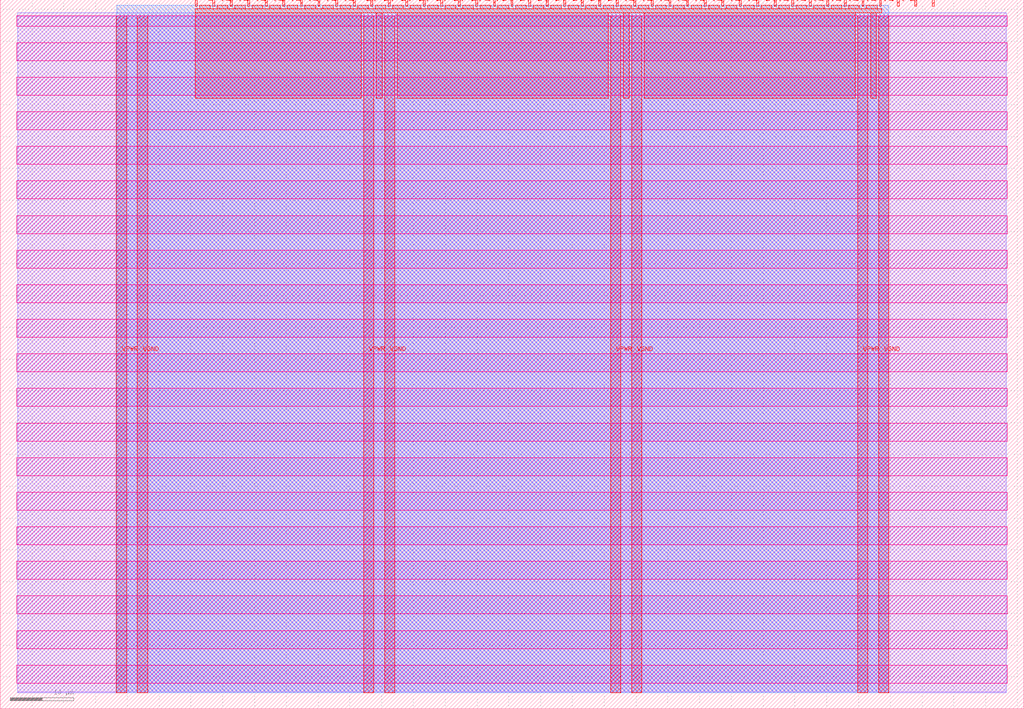
<source format=lef>
VERSION 5.7 ;
  NOWIREEXTENSIONATPIN ON ;
  DIVIDERCHAR "/" ;
  BUSBITCHARS "[]" ;
MACRO tt_um_wokwi_408231820749720577
  CLASS BLOCK ;
  FOREIGN tt_um_wokwi_408231820749720577 ;
  ORIGIN 0.000 0.000 ;
  SIZE 161.000 BY 111.520 ;
  PIN VGND
    DIRECTION INOUT ;
    USE GROUND ;
    PORT
      LAYER met4 ;
        RECT 21.580 2.480 23.180 109.040 ;
    END
    PORT
      LAYER met4 ;
        RECT 60.450 2.480 62.050 109.040 ;
    END
    PORT
      LAYER met4 ;
        RECT 99.320 2.480 100.920 109.040 ;
    END
    PORT
      LAYER met4 ;
        RECT 138.190 2.480 139.790 109.040 ;
    END
  END VGND
  PIN VPWR
    DIRECTION INOUT ;
    USE POWER ;
    PORT
      LAYER met4 ;
        RECT 18.280 2.480 19.880 109.040 ;
    END
    PORT
      LAYER met4 ;
        RECT 57.150 2.480 58.750 109.040 ;
    END
    PORT
      LAYER met4 ;
        RECT 96.020 2.480 97.620 109.040 ;
    END
    PORT
      LAYER met4 ;
        RECT 134.890 2.480 136.490 109.040 ;
    END
  END VPWR
  PIN clk
    DIRECTION INPUT ;
    USE SIGNAL ;
    PORT
      LAYER met4 ;
        RECT 143.830 110.520 144.130 111.520 ;
    END
  END clk
  PIN ena
    DIRECTION INPUT ;
    USE SIGNAL ;
    PORT
      LAYER met4 ;
        RECT 146.590 110.520 146.890 111.520 ;
    END
  END ena
  PIN rst_n
    DIRECTION INPUT ;
    USE SIGNAL ;
    PORT
      LAYER met4 ;
        RECT 141.070 110.520 141.370 111.520 ;
    END
  END rst_n
  PIN ui_in[0]
    DIRECTION INPUT ;
    USE SIGNAL ;
    ANTENNAGATEAREA 0.196500 ;
    PORT
      LAYER met4 ;
        RECT 138.310 110.520 138.610 111.520 ;
    END
  END ui_in[0]
  PIN ui_in[1]
    DIRECTION INPUT ;
    USE SIGNAL ;
    ANTENNAGATEAREA 0.196500 ;
    PORT
      LAYER met4 ;
        RECT 135.550 110.520 135.850 111.520 ;
    END
  END ui_in[1]
  PIN ui_in[2]
    DIRECTION INPUT ;
    USE SIGNAL ;
    ANTENNAGATEAREA 0.196500 ;
    PORT
      LAYER met4 ;
        RECT 132.790 110.520 133.090 111.520 ;
    END
  END ui_in[2]
  PIN ui_in[3]
    DIRECTION INPUT ;
    USE SIGNAL ;
    ANTENNAGATEAREA 0.196500 ;
    PORT
      LAYER met4 ;
        RECT 130.030 110.520 130.330 111.520 ;
    END
  END ui_in[3]
  PIN ui_in[4]
    DIRECTION INPUT ;
    USE SIGNAL ;
    ANTENNAGATEAREA 0.196500 ;
    PORT
      LAYER met4 ;
        RECT 127.270 110.520 127.570 111.520 ;
    END
  END ui_in[4]
  PIN ui_in[5]
    DIRECTION INPUT ;
    USE SIGNAL ;
    ANTENNAGATEAREA 0.196500 ;
    PORT
      LAYER met4 ;
        RECT 124.510 110.520 124.810 111.520 ;
    END
  END ui_in[5]
  PIN ui_in[6]
    DIRECTION INPUT ;
    USE SIGNAL ;
    ANTENNAGATEAREA 0.196500 ;
    PORT
      LAYER met4 ;
        RECT 121.750 110.520 122.050 111.520 ;
    END
  END ui_in[6]
  PIN ui_in[7]
    DIRECTION INPUT ;
    USE SIGNAL ;
    ANTENNAGATEAREA 0.196500 ;
    PORT
      LAYER met4 ;
        RECT 118.990 110.520 119.290 111.520 ;
    END
  END ui_in[7]
  PIN uio_in[0]
    DIRECTION INPUT ;
    USE SIGNAL ;
    PORT
      LAYER met4 ;
        RECT 116.230 110.520 116.530 111.520 ;
    END
  END uio_in[0]
  PIN uio_in[1]
    DIRECTION INPUT ;
    USE SIGNAL ;
    PORT
      LAYER met4 ;
        RECT 113.470 110.520 113.770 111.520 ;
    END
  END uio_in[1]
  PIN uio_in[2]
    DIRECTION INPUT ;
    USE SIGNAL ;
    PORT
      LAYER met4 ;
        RECT 110.710 110.520 111.010 111.520 ;
    END
  END uio_in[2]
  PIN uio_in[3]
    DIRECTION INPUT ;
    USE SIGNAL ;
    PORT
      LAYER met4 ;
        RECT 107.950 110.520 108.250 111.520 ;
    END
  END uio_in[3]
  PIN uio_in[4]
    DIRECTION INPUT ;
    USE SIGNAL ;
    PORT
      LAYER met4 ;
        RECT 105.190 110.520 105.490 111.520 ;
    END
  END uio_in[4]
  PIN uio_in[5]
    DIRECTION INPUT ;
    USE SIGNAL ;
    PORT
      LAYER met4 ;
        RECT 102.430 110.520 102.730 111.520 ;
    END
  END uio_in[5]
  PIN uio_in[6]
    DIRECTION INPUT ;
    USE SIGNAL ;
    PORT
      LAYER met4 ;
        RECT 99.670 110.520 99.970 111.520 ;
    END
  END uio_in[6]
  PIN uio_in[7]
    DIRECTION INPUT ;
    USE SIGNAL ;
    PORT
      LAYER met4 ;
        RECT 96.910 110.520 97.210 111.520 ;
    END
  END uio_in[7]
  PIN uio_oe[0]
    DIRECTION OUTPUT ;
    USE SIGNAL ;
    ANTENNADIFFAREA 0.445500 ;
    PORT
      LAYER met4 ;
        RECT 49.990 110.520 50.290 111.520 ;
    END
  END uio_oe[0]
  PIN uio_oe[1]
    DIRECTION OUTPUT ;
    USE SIGNAL ;
    ANTENNADIFFAREA 0.445500 ;
    PORT
      LAYER met4 ;
        RECT 47.230 110.520 47.530 111.520 ;
    END
  END uio_oe[1]
  PIN uio_oe[2]
    DIRECTION OUTPUT ;
    USE SIGNAL ;
    ANTENNADIFFAREA 0.445500 ;
    PORT
      LAYER met4 ;
        RECT 44.470 110.520 44.770 111.520 ;
    END
  END uio_oe[2]
  PIN uio_oe[3]
    DIRECTION OUTPUT ;
    USE SIGNAL ;
    ANTENNADIFFAREA 0.445500 ;
    PORT
      LAYER met4 ;
        RECT 41.710 110.520 42.010 111.520 ;
    END
  END uio_oe[3]
  PIN uio_oe[4]
    DIRECTION OUTPUT ;
    USE SIGNAL ;
    ANTENNADIFFAREA 0.445500 ;
    PORT
      LAYER met4 ;
        RECT 38.950 110.520 39.250 111.520 ;
    END
  END uio_oe[4]
  PIN uio_oe[5]
    DIRECTION OUTPUT ;
    USE SIGNAL ;
    ANTENNADIFFAREA 0.445500 ;
    PORT
      LAYER met4 ;
        RECT 36.190 110.520 36.490 111.520 ;
    END
  END uio_oe[5]
  PIN uio_oe[6]
    DIRECTION OUTPUT ;
    USE SIGNAL ;
    ANTENNADIFFAREA 0.445500 ;
    PORT
      LAYER met4 ;
        RECT 33.430 110.520 33.730 111.520 ;
    END
  END uio_oe[6]
  PIN uio_oe[7]
    DIRECTION OUTPUT ;
    USE SIGNAL ;
    ANTENNADIFFAREA 0.445500 ;
    PORT
      LAYER met4 ;
        RECT 30.670 110.520 30.970 111.520 ;
    END
  END uio_oe[7]
  PIN uio_out[0]
    DIRECTION OUTPUT ;
    USE SIGNAL ;
    ANTENNADIFFAREA 0.445500 ;
    PORT
      LAYER met4 ;
        RECT 72.070 110.520 72.370 111.520 ;
    END
  END uio_out[0]
  PIN uio_out[1]
    DIRECTION OUTPUT ;
    USE SIGNAL ;
    ANTENNADIFFAREA 0.445500 ;
    PORT
      LAYER met4 ;
        RECT 69.310 110.520 69.610 111.520 ;
    END
  END uio_out[1]
  PIN uio_out[2]
    DIRECTION OUTPUT ;
    USE SIGNAL ;
    ANTENNADIFFAREA 0.445500 ;
    PORT
      LAYER met4 ;
        RECT 66.550 110.520 66.850 111.520 ;
    END
  END uio_out[2]
  PIN uio_out[3]
    DIRECTION OUTPUT ;
    USE SIGNAL ;
    ANTENNADIFFAREA 0.445500 ;
    PORT
      LAYER met4 ;
        RECT 63.790 110.520 64.090 111.520 ;
    END
  END uio_out[3]
  PIN uio_out[4]
    DIRECTION OUTPUT ;
    USE SIGNAL ;
    ANTENNADIFFAREA 0.445500 ;
    PORT
      LAYER met4 ;
        RECT 61.030 110.520 61.330 111.520 ;
    END
  END uio_out[4]
  PIN uio_out[5]
    DIRECTION OUTPUT ;
    USE SIGNAL ;
    ANTENNADIFFAREA 0.445500 ;
    PORT
      LAYER met4 ;
        RECT 58.270 110.520 58.570 111.520 ;
    END
  END uio_out[5]
  PIN uio_out[6]
    DIRECTION OUTPUT ;
    USE SIGNAL ;
    ANTENNADIFFAREA 0.445500 ;
    PORT
      LAYER met4 ;
        RECT 55.510 110.520 55.810 111.520 ;
    END
  END uio_out[6]
  PIN uio_out[7]
    DIRECTION OUTPUT ;
    USE SIGNAL ;
    ANTENNADIFFAREA 0.445500 ;
    PORT
      LAYER met4 ;
        RECT 52.750 110.520 53.050 111.520 ;
    END
  END uio_out[7]
  PIN uo_out[0]
    DIRECTION OUTPUT ;
    USE SIGNAL ;
    ANTENNADIFFAREA 0.445500 ;
    PORT
      LAYER met4 ;
        RECT 94.150 110.520 94.450 111.520 ;
    END
  END uo_out[0]
  PIN uo_out[1]
    DIRECTION OUTPUT ;
    USE SIGNAL ;
    ANTENNADIFFAREA 0.445500 ;
    PORT
      LAYER met4 ;
        RECT 91.390 110.520 91.690 111.520 ;
    END
  END uo_out[1]
  PIN uo_out[2]
    DIRECTION OUTPUT ;
    USE SIGNAL ;
    ANTENNADIFFAREA 0.445500 ;
    PORT
      LAYER met4 ;
        RECT 88.630 110.520 88.930 111.520 ;
    END
  END uo_out[2]
  PIN uo_out[3]
    DIRECTION OUTPUT ;
    USE SIGNAL ;
    ANTENNADIFFAREA 0.445500 ;
    PORT
      LAYER met4 ;
        RECT 85.870 110.520 86.170 111.520 ;
    END
  END uo_out[3]
  PIN uo_out[4]
    DIRECTION OUTPUT ;
    USE SIGNAL ;
    ANTENNADIFFAREA 0.445500 ;
    PORT
      LAYER met4 ;
        RECT 83.110 110.520 83.410 111.520 ;
    END
  END uo_out[4]
  PIN uo_out[5]
    DIRECTION OUTPUT ;
    USE SIGNAL ;
    ANTENNADIFFAREA 0.445500 ;
    PORT
      LAYER met4 ;
        RECT 80.350 110.520 80.650 111.520 ;
    END
  END uo_out[5]
  PIN uo_out[6]
    DIRECTION OUTPUT ;
    USE SIGNAL ;
    ANTENNADIFFAREA 0.445500 ;
    PORT
      LAYER met4 ;
        RECT 77.590 110.520 77.890 111.520 ;
    END
  END uo_out[6]
  PIN uo_out[7]
    DIRECTION OUTPUT ;
    USE SIGNAL ;
    ANTENNADIFFAREA 0.795200 ;
    PORT
      LAYER met4 ;
        RECT 74.830 110.520 75.130 111.520 ;
    END
  END uo_out[7]
  OBS
      LAYER nwell ;
        RECT 2.570 107.385 158.430 108.990 ;
        RECT 2.570 101.945 158.430 104.775 ;
        RECT 2.570 96.505 158.430 99.335 ;
        RECT 2.570 91.065 158.430 93.895 ;
        RECT 2.570 85.625 158.430 88.455 ;
        RECT 2.570 80.185 158.430 83.015 ;
        RECT 2.570 74.745 158.430 77.575 ;
        RECT 2.570 69.305 158.430 72.135 ;
        RECT 2.570 63.865 158.430 66.695 ;
        RECT 2.570 58.425 158.430 61.255 ;
        RECT 2.570 52.985 158.430 55.815 ;
        RECT 2.570 47.545 158.430 50.375 ;
        RECT 2.570 42.105 158.430 44.935 ;
        RECT 2.570 36.665 158.430 39.495 ;
        RECT 2.570 31.225 158.430 34.055 ;
        RECT 2.570 25.785 158.430 28.615 ;
        RECT 2.570 20.345 158.430 23.175 ;
        RECT 2.570 14.905 158.430 17.735 ;
        RECT 2.570 9.465 158.430 12.295 ;
        RECT 2.570 4.025 158.430 6.855 ;
      LAYER li1 ;
        RECT 2.760 2.635 158.240 108.885 ;
      LAYER met1 ;
        RECT 2.760 2.480 158.240 109.440 ;
      LAYER met2 ;
        RECT 18.310 2.535 139.760 110.685 ;
      LAYER met3 ;
        RECT 18.290 2.555 139.780 110.665 ;
      LAYER met4 ;
        RECT 31.370 110.120 33.030 110.665 ;
        RECT 34.130 110.120 35.790 110.665 ;
        RECT 36.890 110.120 38.550 110.665 ;
        RECT 39.650 110.120 41.310 110.665 ;
        RECT 42.410 110.120 44.070 110.665 ;
        RECT 45.170 110.120 46.830 110.665 ;
        RECT 47.930 110.120 49.590 110.665 ;
        RECT 50.690 110.120 52.350 110.665 ;
        RECT 53.450 110.120 55.110 110.665 ;
        RECT 56.210 110.120 57.870 110.665 ;
        RECT 58.970 110.120 60.630 110.665 ;
        RECT 61.730 110.120 63.390 110.665 ;
        RECT 64.490 110.120 66.150 110.665 ;
        RECT 67.250 110.120 68.910 110.665 ;
        RECT 70.010 110.120 71.670 110.665 ;
        RECT 72.770 110.120 74.430 110.665 ;
        RECT 75.530 110.120 77.190 110.665 ;
        RECT 78.290 110.120 79.950 110.665 ;
        RECT 81.050 110.120 82.710 110.665 ;
        RECT 83.810 110.120 85.470 110.665 ;
        RECT 86.570 110.120 88.230 110.665 ;
        RECT 89.330 110.120 90.990 110.665 ;
        RECT 92.090 110.120 93.750 110.665 ;
        RECT 94.850 110.120 96.510 110.665 ;
        RECT 97.610 110.120 99.270 110.665 ;
        RECT 100.370 110.120 102.030 110.665 ;
        RECT 103.130 110.120 104.790 110.665 ;
        RECT 105.890 110.120 107.550 110.665 ;
        RECT 108.650 110.120 110.310 110.665 ;
        RECT 111.410 110.120 113.070 110.665 ;
        RECT 114.170 110.120 115.830 110.665 ;
        RECT 116.930 110.120 118.590 110.665 ;
        RECT 119.690 110.120 121.350 110.665 ;
        RECT 122.450 110.120 124.110 110.665 ;
        RECT 125.210 110.120 126.870 110.665 ;
        RECT 127.970 110.120 129.630 110.665 ;
        RECT 130.730 110.120 132.390 110.665 ;
        RECT 133.490 110.120 135.150 110.665 ;
        RECT 136.250 110.120 137.910 110.665 ;
        RECT 30.655 109.440 138.625 110.120 ;
        RECT 30.655 96.055 56.750 109.440 ;
        RECT 59.150 96.055 60.050 109.440 ;
        RECT 62.450 96.055 95.620 109.440 ;
        RECT 98.020 96.055 98.920 109.440 ;
        RECT 101.320 96.055 134.490 109.440 ;
        RECT 136.890 96.055 137.790 109.440 ;
  END
END tt_um_wokwi_408231820749720577
END LIBRARY


</source>
